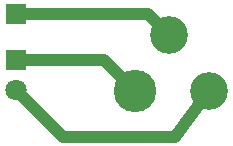
<source format=gbl>
G04 Layer: BottomLayer*
G04 EasyEDA v6.5.50, 2025-08-03 21:05:28*
G04 4151ae2e18684c32929759037d91373d,324dd03f55b54ef1918ba81d68900132,10*
G04 Gerber Generator version 0.2*
G04 Scale: 100 percent, Rotated: No, Reflected: No *
G04 Dimensions in millimeters *
G04 leading zeros omitted , absolute positions ,4 integer and 5 decimal *
%FSLAX45Y45*%
%MOMM*%

%ADD10C,1.0000*%
%ADD11C,3.5992*%
%ADD12C,3.2004*%
%ADD13C,1.8000*%
%ADD14R,1.8000X1.8000*%
%ADD15R,1.7000X1.7000*%
%ADD16R,0.0163X1.7000*%

%LPD*%
D10*
X1143000Y8369300D02*
G01*
X1536700Y7975600D01*
X2489200Y7975600D01*
X2776220Y8357870D01*
X1143000Y8623300D02*
G01*
X1885950Y8623300D01*
X2151379Y8357870D01*
X1143000Y9017000D02*
G01*
X2256790Y9017000D01*
X2435859Y8837929D01*
D11*
G01*
X2151379Y8357870D03*
D12*
G01*
X2776220Y8357870D03*
G01*
X2435859Y8837929D03*
D13*
G01*
X1143000Y8369300D03*
D14*
G01*
X1143000Y8623300D03*
D15*
G01*
X1143000Y9017000D03*
M02*

</source>
